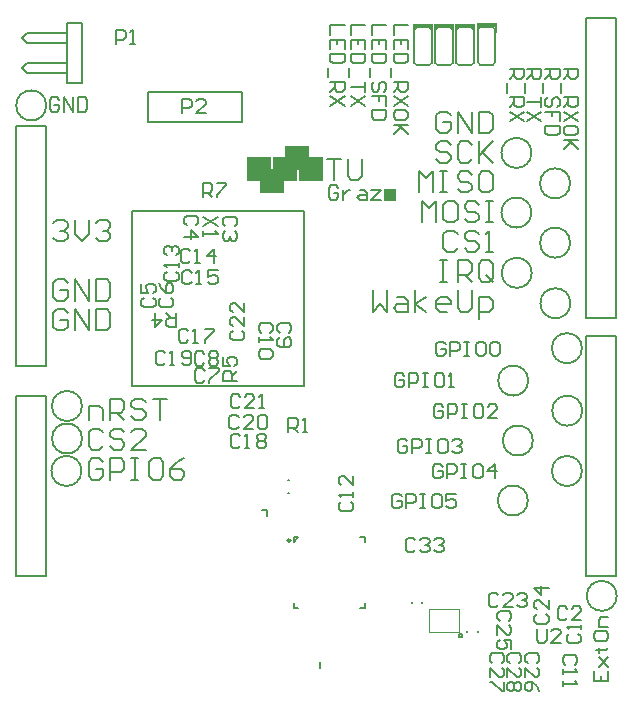
<source format=gto>
G04 Layer_Color=65535*
%FSLAX43Y43*%
%MOMM*%
G71*
G01*
G75*
%ADD10C,0.254*%
%ADD31C,0.200*%
%ADD35C,0.203*%
%ADD38C,0.150*%
%ADD55C,0.100*%
%ADD56R,0.975X1.025*%
%ADD57R,2.000X2.000*%
%ADD58R,0.185X0.650*%
%ADD59R,1.702X0.457*%
%ADD60R,0.165X0.584*%
D10*
X23425Y16000D02*
G03*
X23425Y16000I-100J0D01*
G01*
D31*
X47145Y36100D02*
G03*
X47145Y36100I-1270J0D01*
G01*
X5795Y27400D02*
G03*
X5795Y27400I-1270J0D01*
G01*
X5745Y21900D02*
G03*
X5745Y21900I-1270J0D01*
G01*
X43845Y48825D02*
G03*
X43845Y48825I-1270J0D01*
G01*
X47120Y46250D02*
G03*
X47120Y46250I-1270J0D01*
G01*
X43845Y43775D02*
G03*
X43845Y43775I-1270J0D01*
G01*
X47120Y41225D02*
G03*
X47120Y41225I-1270J0D01*
G01*
X43870Y38675D02*
G03*
X43870Y38675I-1270J0D01*
G01*
X2770Y52850D02*
G03*
X2770Y52850I-1270J0D01*
G01*
X51070Y11325D02*
G03*
X51070Y11325I-1270J0D01*
G01*
X5795Y24650D02*
G03*
X5795Y24650I-1270J0D01*
G01*
X48145Y27000D02*
G03*
X48145Y27000I-1270J0D01*
G01*
X43970Y24475D02*
G03*
X43970Y24475I-1270J0D01*
G01*
X48120Y21900D02*
G03*
X48120Y21900I-1270J0D01*
G01*
X43545Y19400D02*
G03*
X43545Y19400I-1270J0D01*
G01*
X48120Y32300D02*
G03*
X48120Y32300I-1270J0D01*
G01*
X43570Y29550D02*
G03*
X43570Y29550I-1270J0D01*
G01*
X2770Y30810D02*
Y51130D01*
X230D02*
X2770D01*
X230Y30810D02*
Y51130D01*
Y30810D02*
X2770D01*
X48490Y60270D02*
X51030D01*
Y34870D02*
Y60270D01*
X48490Y34870D02*
X51030D01*
X48490D02*
Y36775D01*
Y60270D01*
X230Y13030D02*
Y28270D01*
X2770Y13030D02*
Y28270D01*
X230D02*
X2770D01*
X230Y13030D02*
X2770D01*
X48490D02*
Y33350D01*
Y13030D02*
X51030D01*
Y33350D01*
X48490D02*
X51030D01*
X23725Y15900D02*
X24125Y16300D01*
X23725Y10300D02*
X24125D01*
X23725D02*
Y10700D01*
X29325Y10300D02*
X29725D01*
Y10700D01*
Y15900D02*
Y16300D01*
X29325D02*
X29725D01*
X23725Y15900D02*
Y16300D01*
X24125D01*
X4560Y54715D02*
Y59795D01*
Y54715D02*
X5830D01*
X4560Y59795D02*
X5830D01*
Y54715D02*
Y59795D01*
X1173Y58948D02*
X4560D01*
X750Y58525D02*
X1173Y58948D01*
X750Y58525D02*
X1173Y58102D01*
X1173Y58102D02*
X4560D01*
X1173Y56408D02*
X4560D01*
X750Y55985D02*
X1173Y56408D01*
X750Y55985D02*
X1173Y55562D01*
X4560D01*
X25925Y5250D02*
Y5750D01*
X19375Y51470D02*
Y54010D01*
X11375Y51470D02*
X19375D01*
X11375D02*
Y54010D01*
X19375D01*
X38400Y8250D02*
Y8350D01*
X39300Y8250D02*
Y8350D01*
X23225Y20000D02*
X23325D01*
X23225Y21150D02*
X23325D01*
X34600Y10700D02*
Y10800D01*
X33700Y10700D02*
Y10800D01*
D35*
X40583Y56273D02*
G03*
X40799Y56489I0J216D01*
G01*
X39301D02*
G03*
X39517Y56273I216J0D01*
G01*
X40799Y59261D02*
G03*
X40583Y59477I-216J0D01*
G01*
X39517D02*
G03*
X39301Y59261I0J-216D01*
G01*
X38758Y56248D02*
G03*
X38974Y56464I0J216D01*
G01*
X37476D02*
G03*
X37692Y56248I216J0D01*
G01*
X38974Y59236D02*
G03*
X38758Y59452I-216J0D01*
G01*
X37692D02*
G03*
X37476Y59236I0J-216D01*
G01*
X36983Y56248D02*
G03*
X37199Y56464I0J216D01*
G01*
X35701D02*
G03*
X35917Y56248I216J0D01*
G01*
X37199Y59236D02*
G03*
X36983Y59452I-216J0D01*
G01*
X35917D02*
G03*
X35701Y59236I0J-216D01*
G01*
X35208Y56248D02*
G03*
X35424Y56464I0J216D01*
G01*
X33926D02*
G03*
X34142Y56248I216J0D01*
G01*
X35424Y59236D02*
G03*
X35208Y59452I-216J0D01*
G01*
X34142D02*
G03*
X33926Y59236I0J-216D01*
G01*
X40799Y56489D02*
Y59261D01*
X39301Y56489D02*
Y59261D01*
X39517Y56273D02*
X40583D01*
X39517Y59477D02*
X40583D01*
X38974Y56464D02*
Y59236D01*
X37476Y56464D02*
Y59236D01*
X37692Y56248D02*
X38758D01*
X37692Y59452D02*
X38758D01*
X37199Y56464D02*
Y59236D01*
X35701Y56464D02*
Y59236D01*
X35917Y56248D02*
X36983D01*
X35917Y59452D02*
X36983D01*
X35424Y56464D02*
Y59236D01*
X33926Y56464D02*
Y59236D01*
X34142Y56248D02*
X35208D01*
X34142Y59452D02*
X35208D01*
D38*
X10050Y29075D02*
Y30175D01*
Y43900D01*
Y29075D02*
X24600D01*
Y43900D01*
X10050D02*
X24600D01*
X21000Y18625D02*
X21500D01*
Y18125D02*
Y18625D01*
X36998Y52015D02*
X36698Y52315D01*
X36098D01*
X35798Y52015D01*
Y50815D01*
X36098Y50516D01*
X36698D01*
X36998Y50815D01*
Y51415D01*
X36398D01*
X37598Y50516D02*
Y52315D01*
X38797Y50516D01*
Y52315D01*
X39397D02*
Y50516D01*
X40297D01*
X40597Y50815D01*
Y52015D01*
X40297Y52315D01*
X39397D01*
X36998Y49496D02*
X36698Y49796D01*
X36098D01*
X35798Y49496D01*
Y49196D01*
X36098Y48896D01*
X36698D01*
X36998Y48596D01*
Y48296D01*
X36698Y47996D01*
X36098D01*
X35798Y48296D01*
X38797Y49496D02*
X38497Y49796D01*
X37898D01*
X37598Y49496D01*
Y48296D01*
X37898Y47996D01*
X38497D01*
X38797Y48296D01*
X39397Y49796D02*
Y47996D01*
Y48596D01*
X40597Y49796D01*
X39697Y48896D01*
X40597Y47996D01*
X34299Y45477D02*
Y47276D01*
X34899Y46677D01*
X35498Y47276D01*
Y45477D01*
X36098Y47276D02*
X36698D01*
X36398D01*
Y45477D01*
X36098D01*
X36698D01*
X38797Y46976D02*
X38497Y47276D01*
X37898D01*
X37598Y46976D01*
Y46677D01*
X37898Y46377D01*
X38497D01*
X38797Y46077D01*
Y45777D01*
X38497Y45477D01*
X37898D01*
X37598Y45777D01*
X40297Y47276D02*
X39697D01*
X39397Y46976D01*
Y45777D01*
X39697Y45477D01*
X40297D01*
X40597Y45777D01*
Y46976D01*
X40297Y47276D01*
X34599Y42958D02*
Y44757D01*
X35198Y44157D01*
X35798Y44757D01*
Y42958D01*
X37298Y44757D02*
X36698D01*
X36398Y44457D01*
Y43258D01*
X36698Y42958D01*
X37298D01*
X37598Y43258D01*
Y44457D01*
X37298Y44757D01*
X39397Y44457D02*
X39097Y44757D01*
X38497D01*
X38197Y44457D01*
Y44157D01*
X38497Y43857D01*
X39097D01*
X39397Y43557D01*
Y43258D01*
X39097Y42958D01*
X38497D01*
X38197Y43258D01*
X39997Y44757D02*
X40597D01*
X40297D01*
Y42958D01*
X39997D01*
X40597D01*
X37598Y41938D02*
X37298Y42238D01*
X36698D01*
X36398Y41938D01*
Y40738D01*
X36698Y40438D01*
X37298D01*
X37598Y40738D01*
X39397Y41938D02*
X39097Y42238D01*
X38497D01*
X38197Y41938D01*
Y41638D01*
X38497Y41338D01*
X39097D01*
X39397Y41038D01*
Y40738D01*
X39097Y40438D01*
X38497D01*
X38197Y40738D01*
X39997Y40438D02*
X40597D01*
X40297D01*
Y42238D01*
X39997Y41938D01*
X36098Y39719D02*
X36698D01*
X36398D01*
Y37919D01*
X36098D01*
X36698D01*
X37598D02*
Y39719D01*
X38497D01*
X38797Y39419D01*
Y38819D01*
X38497Y38519D01*
X37598D01*
X38197D02*
X38797Y37919D01*
X40597Y38219D02*
Y39419D01*
X40297Y39719D01*
X39697D01*
X39397Y39419D01*
Y38219D01*
X39697Y37919D01*
X40297D01*
X39997Y38519D02*
X40597Y37919D01*
X40297D02*
X40597Y38219D01*
X30400Y37199D02*
Y35400D01*
X31000Y36000D01*
X31600Y35400D01*
Y37199D01*
X32499Y36599D02*
X33099D01*
X33399Y36300D01*
Y35400D01*
X32499D01*
X32199Y35700D01*
X32499Y36000D01*
X33399D01*
X33999Y35400D02*
Y37199D01*
Y36000D02*
X34899Y36599D01*
X33999Y36000D02*
X34899Y35400D01*
X36698D02*
X36098D01*
X35798Y35700D01*
Y36300D01*
X36098Y36599D01*
X36698D01*
X36998Y36300D01*
Y36000D01*
X35798D01*
X37598Y37199D02*
Y35700D01*
X37898Y35400D01*
X38497D01*
X38797Y35700D01*
Y37199D01*
X39397Y34800D02*
Y36599D01*
X40297D01*
X40597Y36300D01*
Y35700D01*
X40297Y35400D01*
X39397D01*
X6375Y26214D02*
Y27413D01*
X7275D01*
X7575Y27113D01*
Y26214D01*
X8174D02*
Y28013D01*
X9074D01*
X9374Y27713D01*
Y27113D01*
X9074Y26813D01*
X8174D01*
X8774D02*
X9374Y26214D01*
X11173Y27713D02*
X10874Y28013D01*
X10274D01*
X9974Y27713D01*
Y27413D01*
X10274Y27113D01*
X10874D01*
X11173Y26813D01*
Y26513D01*
X10874Y26214D01*
X10274D01*
X9974Y26513D01*
X11773Y28013D02*
X12973D01*
X12373D01*
Y26214D01*
X7575Y25194D02*
X7275Y25494D01*
X6675D01*
X6375Y25194D01*
Y23994D01*
X6675Y23694D01*
X7275D01*
X7575Y23994D01*
X9374Y25194D02*
X9074Y25494D01*
X8474D01*
X8174Y25194D01*
Y24894D01*
X8474Y24594D01*
X9074D01*
X9374Y24294D01*
Y23994D01*
X9074Y23694D01*
X8474D01*
X8174Y23994D01*
X11173Y23694D02*
X9974D01*
X11173Y24894D01*
Y25194D01*
X10874Y25494D01*
X10274D01*
X9974Y25194D01*
X7575Y22675D02*
X7275Y22974D01*
X6675D01*
X6375Y22675D01*
Y21475D01*
X6675Y21175D01*
X7275D01*
X7575Y21475D01*
Y22075D01*
X6975D01*
X8174Y21175D02*
Y22974D01*
X9074D01*
X9374Y22675D01*
Y22075D01*
X9074Y21775D01*
X8174D01*
X9974Y22974D02*
X10574D01*
X10274D01*
Y21175D01*
X9974D01*
X10574D01*
X12373Y22974D02*
X11773D01*
X11473Y22675D01*
Y21475D01*
X11773Y21175D01*
X12373D01*
X12673Y21475D01*
Y22675D01*
X12373Y22974D01*
X14472D02*
X13873Y22675D01*
X13273Y22075D01*
Y21475D01*
X13573Y21175D01*
X14172D01*
X14472Y21475D01*
Y21775D01*
X14172Y22075D01*
X13273D01*
X3375Y42857D02*
X3675Y43157D01*
X4275D01*
X4575Y42857D01*
Y42557D01*
X4275Y42258D01*
X3975D01*
X4275D01*
X4575Y41958D01*
Y41658D01*
X4275Y41358D01*
X3675D01*
X3375Y41658D01*
X5174Y43157D02*
Y41958D01*
X5774Y41358D01*
X6374Y41958D01*
Y43157D01*
X6974Y42857D02*
X7274Y43157D01*
X7874D01*
X8173Y42857D01*
Y42557D01*
X7874Y42258D01*
X7574D01*
X7874D01*
X8173Y41958D01*
Y41658D01*
X7874Y41358D01*
X7274D01*
X6974Y41658D01*
X4575Y37819D02*
X4275Y38119D01*
X3675D01*
X3375Y37819D01*
Y36619D01*
X3675Y36319D01*
X4275D01*
X4575Y36619D01*
Y37219D01*
X3975D01*
X5174Y36319D02*
Y38119D01*
X6374Y36319D01*
Y38119D01*
X6974D02*
Y36319D01*
X7874D01*
X8173Y36619D01*
Y37819D01*
X7874Y38119D01*
X6974D01*
X4575Y35300D02*
X4275Y35599D01*
X3675D01*
X3375Y35300D01*
Y34100D01*
X3675Y33800D01*
X4275D01*
X4575Y34100D01*
Y34700D01*
X3975D01*
X5174Y33800D02*
Y35599D01*
X6374Y33800D01*
Y35599D01*
X6974D02*
Y33800D01*
X7874D01*
X8173Y34100D01*
Y35300D01*
X7874Y35599D01*
X6974D01*
X27500Y45875D02*
X27300Y46075D01*
X26900D01*
X26700Y45875D01*
Y45075D01*
X26900Y44875D01*
X27300D01*
X27500Y45075D01*
Y45475D01*
X27100D01*
X27900Y45675D02*
Y44875D01*
Y45275D01*
X28100Y45475D01*
X28299Y45675D01*
X28499D01*
X29299D02*
X29699D01*
X29899Y45475D01*
Y44875D01*
X29299D01*
X29099Y45075D01*
X29299Y45275D01*
X29899D01*
X30299Y45675D02*
X31099D01*
X30299Y44875D01*
X31099D01*
X26500Y48349D02*
X27700D01*
X27100D01*
Y46550D01*
X28299Y48349D02*
Y46850D01*
X28599Y46550D01*
X29199D01*
X29499Y46850D01*
Y48349D01*
X47025Y8100D02*
X46825Y7900D01*
Y7500D01*
X47025Y7300D01*
X47825D01*
X48025Y7500D01*
Y7900D01*
X47825Y8100D01*
X48025Y8500D02*
Y8899D01*
Y8700D01*
X46825D01*
X47025Y8500D01*
X46875Y10250D02*
X46675Y10450D01*
X46275D01*
X46075Y10250D01*
Y9450D01*
X46275Y9250D01*
X46675D01*
X46875Y9450D01*
X48074Y9250D02*
X47275D01*
X48074Y10050D01*
Y10250D01*
X47874Y10450D01*
X47475D01*
X47275Y10250D01*
X18725Y42600D02*
X18925Y42800D01*
Y43200D01*
X18725Y43400D01*
X17925D01*
X17725Y43200D01*
Y42800D01*
X17925Y42600D01*
X18725Y42200D02*
X18925Y42000D01*
Y41601D01*
X18725Y41401D01*
X18525D01*
X18325Y41601D01*
Y41801D01*
Y41601D01*
X18125Y41401D01*
X17925D01*
X17725Y41601D01*
Y42000D01*
X17925Y42200D01*
X15450Y42725D02*
X15650Y42925D01*
Y43325D01*
X15450Y43525D01*
X14650D01*
X14450Y43325D01*
Y42925D01*
X14650Y42725D01*
X14450Y41726D02*
X15650D01*
X15050Y42325D01*
Y41526D01*
X11025Y36550D02*
X10825Y36350D01*
Y35950D01*
X11025Y35750D01*
X11825D01*
X12025Y35950D01*
Y36350D01*
X11825Y36550D01*
X10825Y37749D02*
Y36950D01*
X11425D01*
X11225Y37349D01*
Y37549D01*
X11425Y37749D01*
X11825D01*
X12025Y37549D01*
Y37150D01*
X11825Y36950D01*
X12500Y36575D02*
X12300Y36375D01*
Y35975D01*
X12500Y35775D01*
X13300D01*
X13500Y35975D01*
Y36375D01*
X13300Y36575D01*
X12300Y37774D02*
X12500Y37374D01*
X12900Y36975D01*
X13300D01*
X13500Y37175D01*
Y37574D01*
X13300Y37774D01*
X13100D01*
X12900Y37574D01*
Y36975D01*
X16175Y30375D02*
X15975Y30575D01*
X15575D01*
X15375Y30375D01*
Y29575D01*
X15575Y29375D01*
X15975D01*
X16175Y29575D01*
X16575Y30575D02*
X17374D01*
Y30375D01*
X16575Y29575D01*
Y29375D01*
X16150Y31825D02*
X15950Y32025D01*
X15550D01*
X15350Y31825D01*
Y31025D01*
X15550Y30825D01*
X15950D01*
X16150Y31025D01*
X16550Y31825D02*
X16750Y32025D01*
X17149D01*
X17349Y31825D01*
Y31625D01*
X17149Y31425D01*
X17349Y31225D01*
Y31025D01*
X17149Y30825D01*
X16750D01*
X16550Y31025D01*
Y31225D01*
X16750Y31425D01*
X16550Y31625D01*
Y31825D01*
X16750Y31425D02*
X17149D01*
X23325Y33600D02*
X23525Y33800D01*
Y34200D01*
X23325Y34400D01*
X22525D01*
X22325Y34200D01*
Y33800D01*
X22525Y33600D01*
Y33200D02*
X22325Y33000D01*
Y32601D01*
X22525Y32401D01*
X23325D01*
X23525Y32601D01*
Y33000D01*
X23325Y33200D01*
X23125D01*
X22925Y33000D01*
Y32401D01*
X21750Y33600D02*
X21950Y33800D01*
Y34200D01*
X21750Y34400D01*
X20950D01*
X20750Y34200D01*
Y33800D01*
X20950Y33600D01*
X20750Y33200D02*
Y32801D01*
Y33000D01*
X21950D01*
X21750Y33200D01*
Y32201D02*
X21950Y32001D01*
Y31601D01*
X21750Y31401D01*
X20950D01*
X20750Y31601D01*
Y32001D01*
X20950Y32201D01*
X21750D01*
X47500Y5500D02*
X47700Y5700D01*
Y6100D01*
X47500Y6300D01*
X46700D01*
X46500Y6100D01*
Y5700D01*
X46700Y5500D01*
X46500Y5100D02*
Y4701D01*
Y4900D01*
X47700D01*
X47500Y5100D01*
X46500Y4101D02*
Y3701D01*
Y3901D01*
X47700D01*
X47500Y4101D01*
X27750Y19300D02*
X27550Y19100D01*
Y18700D01*
X27750Y18500D01*
X28550D01*
X28750Y18700D01*
Y19100D01*
X28550Y19300D01*
X28750Y19700D02*
Y20099D01*
Y19900D01*
X27550D01*
X27750Y19700D01*
X28750Y21499D02*
Y20699D01*
X27950Y21499D01*
X27750D01*
X27550Y21299D01*
Y20899D01*
X27750Y20699D01*
X12975Y38750D02*
X12775Y38550D01*
Y38150D01*
X12975Y37950D01*
X13775D01*
X13975Y38150D01*
Y38550D01*
X13775Y38750D01*
X13975Y39150D02*
Y39549D01*
Y39350D01*
X12775D01*
X12975Y39150D01*
Y40149D02*
X12775Y40349D01*
Y40749D01*
X12975Y40949D01*
X13175D01*
X13375Y40749D01*
Y40549D01*
Y40749D01*
X13575Y40949D01*
X13775D01*
X13975Y40749D01*
Y40349D01*
X13775Y40149D01*
X14950Y40500D02*
X14750Y40700D01*
X14350D01*
X14150Y40500D01*
Y39700D01*
X14350Y39500D01*
X14750D01*
X14950Y39700D01*
X15350Y39500D02*
X15749D01*
X15550D01*
Y40700D01*
X15350Y40500D01*
X16949Y39500D02*
Y40700D01*
X16349Y40100D01*
X17149D01*
X15075Y38700D02*
X14875Y38900D01*
X14475D01*
X14275Y38700D01*
Y37900D01*
X14475Y37700D01*
X14875D01*
X15075Y37900D01*
X15475Y37700D02*
X15874D01*
X15675D01*
Y38900D01*
X15475Y38700D01*
X17274Y38900D02*
X16474D01*
Y38300D01*
X16874Y38500D01*
X17074D01*
X17274Y38300D01*
Y37900D01*
X17074Y37700D01*
X16674D01*
X16474Y37900D01*
X14800Y33750D02*
X14600Y33950D01*
X14200D01*
X14000Y33750D01*
Y32950D01*
X14200Y32750D01*
X14600D01*
X14800Y32950D01*
X15200Y32750D02*
X15599D01*
X15400D01*
Y33950D01*
X15200Y33750D01*
X16199Y33950D02*
X16999D01*
Y33750D01*
X16199Y32950D01*
Y32750D01*
X19175Y24850D02*
X18975Y25050D01*
X18575D01*
X18375Y24850D01*
Y24050D01*
X18575Y23850D01*
X18975D01*
X19175Y24050D01*
X19575Y23850D02*
X19974D01*
X19775D01*
Y25050D01*
X19575Y24850D01*
X20574D02*
X20774Y25050D01*
X21174D01*
X21374Y24850D01*
Y24650D01*
X21174Y24450D01*
X21374Y24250D01*
Y24050D01*
X21174Y23850D01*
X20774D01*
X20574Y24050D01*
Y24250D01*
X20774Y24450D01*
X20574Y24650D01*
Y24850D01*
X20774Y24450D02*
X21174D01*
X12825Y31875D02*
X12625Y32075D01*
X12225D01*
X12025Y31875D01*
Y31075D01*
X12225Y30875D01*
X12625D01*
X12825Y31075D01*
X13225Y30875D02*
X13624D01*
X13425D01*
Y32075D01*
X13225Y31875D01*
X14224Y31075D02*
X14424Y30875D01*
X14824D01*
X15024Y31075D01*
Y31875D01*
X14824Y32075D01*
X14424D01*
X14224Y31875D01*
Y31675D01*
X14424Y31475D01*
X15024D01*
X19075Y26450D02*
X18875Y26650D01*
X18475D01*
X18275Y26450D01*
Y25650D01*
X18475Y25450D01*
X18875D01*
X19075Y25650D01*
X20274Y25450D02*
X19475D01*
X20274Y26250D01*
Y26450D01*
X20074Y26650D01*
X19675D01*
X19475Y26450D01*
X20674D02*
X20874Y26650D01*
X21274D01*
X21474Y26450D01*
Y25650D01*
X21274Y25450D01*
X20874D01*
X20674Y25650D01*
Y26450D01*
X19200Y28200D02*
X19000Y28400D01*
X18600D01*
X18400Y28200D01*
Y27400D01*
X18600Y27200D01*
X19000D01*
X19200Y27400D01*
X20399Y27200D02*
X19600D01*
X20399Y28000D01*
Y28200D01*
X20199Y28400D01*
X19800D01*
X19600Y28200D01*
X20799Y27200D02*
X21199D01*
X20999D01*
Y28400D01*
X20799Y28200D01*
X18550Y33750D02*
X18350Y33550D01*
Y33150D01*
X18550Y32950D01*
X19350D01*
X19550Y33150D01*
Y33550D01*
X19350Y33750D01*
X19550Y34949D02*
Y34150D01*
X18750Y34949D01*
X18550D01*
X18350Y34749D01*
Y34350D01*
X18550Y34150D01*
X19550Y36149D02*
Y35349D01*
X18750Y36149D01*
X18550D01*
X18350Y35949D01*
Y35549D01*
X18550Y35349D01*
X41050Y11375D02*
X40850Y11575D01*
X40450D01*
X40250Y11375D01*
Y10575D01*
X40450Y10375D01*
X40850D01*
X41050Y10575D01*
X42249Y10375D02*
X41450D01*
X42249Y11175D01*
Y11375D01*
X42049Y11575D01*
X41650D01*
X41450Y11375D01*
X42649D02*
X42849Y11575D01*
X43249D01*
X43449Y11375D01*
Y11175D01*
X43249Y10975D01*
X43049D01*
X43249D01*
X43449Y10775D01*
Y10575D01*
X43249Y10375D01*
X42849D01*
X42649Y10575D01*
X44300Y9775D02*
X44100Y9575D01*
Y9175D01*
X44300Y8975D01*
X45100D01*
X45300Y9175D01*
Y9575D01*
X45100Y9775D01*
X45300Y10974D02*
Y10175D01*
X44500Y10974D01*
X44300D01*
X44100Y10774D01*
Y10375D01*
X44300Y10175D01*
X45300Y11974D02*
X44100D01*
X44700Y11374D01*
Y12174D01*
X41950Y9225D02*
X42150Y9425D01*
Y9825D01*
X41950Y10025D01*
X41150D01*
X40950Y9825D01*
Y9425D01*
X41150Y9225D01*
X40950Y8026D02*
Y8825D01*
X41750Y8026D01*
X41950D01*
X42150Y8226D01*
Y8625D01*
X41950Y8825D01*
X42150Y6826D02*
Y7626D01*
X41550D01*
X41750Y7226D01*
Y7026D01*
X41550Y6826D01*
X41150D01*
X40950Y7026D01*
Y7426D01*
X41150Y7626D01*
X44325Y5650D02*
X44525Y5850D01*
Y6250D01*
X44325Y6450D01*
X43525D01*
X43325Y6250D01*
Y5850D01*
X43525Y5650D01*
X43325Y4451D02*
Y5250D01*
X44125Y4451D01*
X44325D01*
X44525Y4651D01*
Y5050D01*
X44325Y5250D01*
X44525Y3251D02*
X44325Y3651D01*
X43925Y4051D01*
X43525D01*
X43325Y3851D01*
Y3451D01*
X43525Y3251D01*
X43725D01*
X43925Y3451D01*
Y4051D01*
X41325Y5650D02*
X41525Y5850D01*
Y6250D01*
X41325Y6450D01*
X40525D01*
X40325Y6250D01*
Y5850D01*
X40525Y5650D01*
X40325Y4451D02*
Y5250D01*
X41125Y4451D01*
X41325D01*
X41525Y4651D01*
Y5050D01*
X41325Y5250D01*
X41525Y4051D02*
Y3251D01*
X41325D01*
X40525Y4051D01*
X40325D01*
X42800Y5650D02*
X43000Y5850D01*
Y6250D01*
X42800Y6450D01*
X42000D01*
X41800Y6250D01*
Y5850D01*
X42000Y5650D01*
X41800Y4451D02*
Y5250D01*
X42600Y4451D01*
X42800D01*
X43000Y4651D01*
Y5050D01*
X42800Y5250D01*
Y4051D02*
X43000Y3851D01*
Y3451D01*
X42800Y3251D01*
X42600D01*
X42400Y3451D01*
X42200Y3251D01*
X42000D01*
X41800Y3451D01*
Y3851D01*
X42000Y4051D01*
X42200D01*
X42400Y3851D01*
X42600Y4051D01*
X42800D01*
X42400Y3851D02*
Y3451D01*
X34023Y16042D02*
X33823Y16242D01*
X33423D01*
X33223Y16042D01*
Y15243D01*
X33423Y15043D01*
X33823D01*
X34023Y15243D01*
X34423Y16042D02*
X34623Y16242D01*
X35023D01*
X35223Y16042D01*
Y15843D01*
X35023Y15643D01*
X34823D01*
X35023D01*
X35223Y15443D01*
Y15243D01*
X35023Y15043D01*
X34623D01*
X34423Y15243D01*
X35622Y16042D02*
X35822Y16242D01*
X36222D01*
X36422Y16042D01*
Y15843D01*
X36222Y15643D01*
X36022D01*
X36222D01*
X36422Y15443D01*
Y15243D01*
X36222Y15043D01*
X35822D01*
X35622Y15243D01*
X33375Y59625D02*
X32175D01*
Y58825D01*
X33375Y57626D02*
Y58425D01*
X32175D01*
Y57626D01*
X32775Y58425D02*
Y58026D01*
X33375Y57226D02*
X32175D01*
Y56626D01*
X32375Y56426D01*
X33175D01*
X33375Y56626D01*
Y57226D01*
X31975Y56026D02*
Y55226D01*
X32175Y54827D02*
X33375D01*
Y54227D01*
X33175Y54027D01*
X32775D01*
X32575Y54227D01*
Y54827D01*
Y54427D02*
X32175Y54027D01*
X33375Y53627D02*
X32175Y52827D01*
X33375D02*
X32175Y53627D01*
X33375Y51827D02*
Y52227D01*
X33175Y52427D01*
X32375D01*
X32175Y52227D01*
Y51827D01*
X32375Y51628D01*
X33175D01*
X33375Y51827D01*
Y51228D02*
X32175D01*
X32575D01*
X33375Y50428D01*
X32775Y51028D01*
X32175Y50428D01*
X28025Y59625D02*
X26825D01*
Y58825D01*
X28025Y57626D02*
Y58425D01*
X26825D01*
Y57626D01*
X27425Y58425D02*
Y58026D01*
X28025Y57226D02*
X26825D01*
Y56626D01*
X27025Y56426D01*
X27825D01*
X28025Y56626D01*
Y57226D01*
X26625Y56026D02*
Y55226D01*
X26825Y54827D02*
X28025D01*
Y54227D01*
X27825Y54027D01*
X27425D01*
X27225Y54227D01*
Y54827D01*
Y54427D02*
X26825Y54027D01*
X28025Y53627D02*
X26825Y52827D01*
X28025D02*
X26825Y53627D01*
X31550Y59625D02*
X30350D01*
Y58825D01*
X31550Y57626D02*
Y58425D01*
X30350D01*
Y57626D01*
X30950Y58425D02*
Y58026D01*
X31550Y57226D02*
X30350D01*
Y56626D01*
X30550Y56426D01*
X31350D01*
X31550Y56626D01*
Y57226D01*
X30150Y56026D02*
Y55226D01*
X31350Y54027D02*
X31550Y54227D01*
Y54627D01*
X31350Y54827D01*
X31150D01*
X30950Y54627D01*
Y54227D01*
X30750Y54027D01*
X30550D01*
X30350Y54227D01*
Y54627D01*
X30550Y54827D01*
X31550Y52827D02*
Y53627D01*
X30950D01*
Y53227D01*
Y53627D01*
X30350D01*
X31550Y52427D02*
X30350D01*
Y51827D01*
X30550Y51628D01*
X31350D01*
X31550Y51827D01*
Y52427D01*
X29775Y59625D02*
X28575D01*
Y58825D01*
X29775Y57626D02*
Y58425D01*
X28575D01*
Y57626D01*
X29175Y58425D02*
Y58026D01*
X29775Y57226D02*
X28575D01*
Y56626D01*
X28775Y56426D01*
X29575D01*
X29775Y56626D01*
Y57226D01*
X28375Y56026D02*
Y55226D01*
X29775Y54827D02*
Y54027D01*
Y54427D01*
X28575D01*
X29775Y53627D02*
X28575Y52827D01*
X29775D02*
X28575Y53627D01*
X8690Y58025D02*
Y59225D01*
X9290D01*
X9490Y59025D01*
Y58625D01*
X9290Y58425D01*
X8690D01*
X9890Y58025D02*
X10289D01*
X10090D01*
Y59225D01*
X9890Y59025D01*
X14275Y52200D02*
Y53400D01*
X14875D01*
X15075Y53200D01*
Y52800D01*
X14875Y52600D01*
X14275D01*
X16274Y52200D02*
X15475D01*
X16274Y53000D01*
Y53200D01*
X16074Y53400D01*
X15675D01*
X15475Y53200D01*
X23275Y25175D02*
Y26375D01*
X23875D01*
X24075Y26175D01*
Y25775D01*
X23875Y25575D01*
X23275D01*
X23675D02*
X24075Y25175D01*
X24475D02*
X24874D01*
X24675D01*
Y26375D01*
X24475Y26175D01*
X13750Y35275D02*
Y34075D01*
X13150D01*
X12950Y34275D01*
Y34675D01*
X13150Y34875D01*
X13750D01*
X13350D02*
X12950Y35275D01*
X11951D02*
Y34075D01*
X12550Y34675D01*
X11751D01*
X18900Y29550D02*
X17700D01*
Y30150D01*
X17900Y30350D01*
X18300D01*
X18500Y30150D01*
Y29550D01*
Y29950D02*
X18900Y30350D01*
X17700Y31549D02*
Y30750D01*
X18300D01*
X18100Y31149D01*
Y31349D01*
X18300Y31549D01*
X18700D01*
X18900Y31349D01*
Y30950D01*
X18700Y30750D01*
X16025Y45075D02*
Y46275D01*
X16625D01*
X16825Y46075D01*
Y45675D01*
X16625Y45475D01*
X16025D01*
X16425D02*
X16825Y45075D01*
X17225Y46275D02*
X18024D01*
Y46075D01*
X17225Y45275D01*
Y45075D01*
X46575Y55925D02*
X47775D01*
Y55325D01*
X47575Y55125D01*
X47175D01*
X46975Y55325D01*
Y55925D01*
Y55525D02*
X46575Y55125D01*
X46375Y54725D02*
Y53926D01*
X46575Y53526D02*
X47775D01*
Y52926D01*
X47575Y52726D01*
X47175D01*
X46975Y52926D01*
Y53526D01*
Y53126D02*
X46575Y52726D01*
X47775Y52326D02*
X46575Y51526D01*
X47775D02*
X46575Y52326D01*
X47775Y50527D02*
Y50927D01*
X47575Y51127D01*
X46775D01*
X46575Y50927D01*
Y50527D01*
X46775Y50327D01*
X47575D01*
X47775Y50527D01*
Y49927D02*
X46575D01*
X46975D01*
X47775Y49127D01*
X47175Y49727D01*
X46575Y49127D01*
X42000Y55925D02*
X43200D01*
Y55325D01*
X43000Y55125D01*
X42600D01*
X42400Y55325D01*
Y55925D01*
Y55525D02*
X42000Y55125D01*
X41800Y54725D02*
Y53926D01*
X42000Y53526D02*
X43200D01*
Y52926D01*
X43000Y52726D01*
X42600D01*
X42400Y52926D01*
Y53526D01*
Y53126D02*
X42000Y52726D01*
X43200Y52326D02*
X42000Y51526D01*
X43200D02*
X42000Y52326D01*
X45025Y55925D02*
X46225D01*
Y55325D01*
X46025Y55125D01*
X45625D01*
X45425Y55325D01*
Y55925D01*
Y55525D02*
X45025Y55125D01*
X44825Y54725D02*
Y53926D01*
X46025Y52726D02*
X46225Y52926D01*
Y53326D01*
X46025Y53526D01*
X45825D01*
X45625Y53326D01*
Y52926D01*
X45425Y52726D01*
X45225D01*
X45025Y52926D01*
Y53326D01*
X45225Y53526D01*
X46225Y51526D02*
Y52326D01*
X45625D01*
Y51926D01*
Y52326D01*
X45025D01*
X46225Y51127D02*
X45025D01*
Y50527D01*
X45225Y50327D01*
X46025D01*
X46225Y50527D01*
Y51127D01*
X43500Y55925D02*
X44700D01*
Y55325D01*
X44500Y55125D01*
X44100D01*
X43900Y55325D01*
Y55925D01*
Y55525D02*
X43500Y55125D01*
X43300Y54725D02*
Y53926D01*
X44700Y53526D02*
Y52726D01*
Y53126D01*
X43500D01*
X44700Y52326D02*
X43500Y51526D01*
X44700D02*
X43500Y52326D01*
X49150Y4925D02*
Y4125D01*
X50350D01*
Y4925D01*
X49750Y4125D02*
Y4525D01*
X49550Y5325D02*
X50350Y6124D01*
X49950Y5724D01*
X49550Y6124D01*
X50350Y5325D01*
X49350Y6724D02*
X49550D01*
Y6524D01*
Y6924D01*
Y6724D01*
X50150D01*
X50350Y6924D01*
X49150Y8124D02*
Y7724D01*
X49350Y7524D01*
X50150D01*
X50350Y7724D01*
Y8124D01*
X50150Y8324D01*
X49350D01*
X49150Y8124D01*
X50350Y8724D02*
X49550D01*
Y9323D01*
X49750Y9523D01*
X50350D01*
X3850Y53325D02*
X3650Y53525D01*
X3250D01*
X3050Y53325D01*
Y52525D01*
X3250Y52325D01*
X3650D01*
X3850Y52525D01*
Y52925D01*
X3450D01*
X4250Y52325D02*
Y53525D01*
X5049Y52325D01*
Y53525D01*
X5449D02*
Y52325D01*
X6049D01*
X6249Y52525D01*
Y53325D01*
X6049Y53525D01*
X5449D01*
X36375Y27350D02*
X36175Y27550D01*
X35775D01*
X35575Y27350D01*
Y26550D01*
X35775Y26350D01*
X36175D01*
X36375Y26550D01*
Y26950D01*
X35975D01*
X36775Y26350D02*
Y27550D01*
X37374D01*
X37574Y27350D01*
Y26950D01*
X37374Y26750D01*
X36775D01*
X37974Y27550D02*
X38374D01*
X38174D01*
Y26350D01*
X37974D01*
X38374D01*
X39574Y27550D02*
X39174D01*
X38974Y27350D01*
Y26550D01*
X39174Y26350D01*
X39574D01*
X39774Y26550D01*
Y27350D01*
X39574Y27550D01*
X40973Y26350D02*
X40174D01*
X40973Y27150D01*
Y27350D01*
X40773Y27550D01*
X40373D01*
X40174Y27350D01*
X33350Y24425D02*
X33150Y24625D01*
X32750D01*
X32550Y24425D01*
Y23625D01*
X32750Y23425D01*
X33150D01*
X33350Y23625D01*
Y24025D01*
X32950D01*
X33750Y23425D02*
Y24625D01*
X34349D01*
X34549Y24425D01*
Y24025D01*
X34349Y23825D01*
X33750D01*
X34949Y24625D02*
X35349D01*
X35149D01*
Y23425D01*
X34949D01*
X35349D01*
X36549Y24625D02*
X36149D01*
X35949Y24425D01*
Y23625D01*
X36149Y23425D01*
X36549D01*
X36749Y23625D01*
Y24425D01*
X36549Y24625D01*
X37149Y24425D02*
X37348Y24625D01*
X37748D01*
X37948Y24425D01*
Y24225D01*
X37748Y24025D01*
X37548D01*
X37748D01*
X37948Y23825D01*
Y23625D01*
X37748Y23425D01*
X37348D01*
X37149Y23625D01*
X36325Y22275D02*
X36125Y22475D01*
X35725D01*
X35525Y22275D01*
Y21475D01*
X35725Y21275D01*
X36125D01*
X36325Y21475D01*
Y21875D01*
X35925D01*
X36725Y21275D02*
Y22475D01*
X37324D01*
X37524Y22275D01*
Y21875D01*
X37324Y21675D01*
X36725D01*
X37924Y22475D02*
X38324D01*
X38124D01*
Y21275D01*
X37924D01*
X38324D01*
X39524Y22475D02*
X39124D01*
X38924Y22275D01*
Y21475D01*
X39124Y21275D01*
X39524D01*
X39724Y21475D01*
Y22275D01*
X39524Y22475D01*
X40723Y21275D02*
Y22475D01*
X40124Y21875D01*
X40923D01*
X32850Y19750D02*
X32650Y19950D01*
X32250D01*
X32050Y19750D01*
Y18950D01*
X32250Y18750D01*
X32650D01*
X32850Y18950D01*
Y19350D01*
X32450D01*
X33250Y18750D02*
Y19950D01*
X33849D01*
X34049Y19750D01*
Y19350D01*
X33849Y19150D01*
X33250D01*
X34449Y19950D02*
X34849D01*
X34649D01*
Y18750D01*
X34449D01*
X34849D01*
X36049Y19950D02*
X35649D01*
X35449Y19750D01*
Y18950D01*
X35649Y18750D01*
X36049D01*
X36249Y18950D01*
Y19750D01*
X36049Y19950D01*
X37448D02*
X36649D01*
Y19350D01*
X37048Y19550D01*
X37248D01*
X37448Y19350D01*
Y18950D01*
X37248Y18750D01*
X36848D01*
X36649Y18950D01*
X44325Y8550D02*
Y7550D01*
X44525Y7350D01*
X44925D01*
X45125Y7550D01*
Y8550D01*
X46324Y7350D02*
X45525D01*
X46324Y8150D01*
Y8350D01*
X46124Y8550D01*
X45725D01*
X45525Y8350D01*
X17275Y43400D02*
X16075Y42600D01*
X17275D02*
X16075Y43400D01*
Y42200D02*
Y41801D01*
Y42000D01*
X17275D01*
X17075Y42200D01*
X36575Y32650D02*
X36375Y32850D01*
X35975D01*
X35775Y32650D01*
Y31850D01*
X35975Y31650D01*
X36375D01*
X36575Y31850D01*
Y32250D01*
X36175D01*
X36975Y31650D02*
Y32850D01*
X37574D01*
X37774Y32650D01*
Y32250D01*
X37574Y32050D01*
X36975D01*
X38174Y32850D02*
X38574D01*
X38374D01*
Y31650D01*
X38174D01*
X38574D01*
X39774Y32850D02*
X39374D01*
X39174Y32650D01*
Y31850D01*
X39374Y31650D01*
X39774D01*
X39974Y31850D01*
Y32650D01*
X39774Y32850D01*
X40374Y32650D02*
X40573Y32850D01*
X40973D01*
X41173Y32650D01*
Y31850D01*
X40973Y31650D01*
X40573D01*
X40374Y31850D01*
Y32650D01*
X33075Y29975D02*
X32875Y30175D01*
X32475D01*
X32275Y29975D01*
Y29175D01*
X32475Y28975D01*
X32875D01*
X33075Y29175D01*
Y29575D01*
X32675D01*
X33475Y28975D02*
Y30175D01*
X34074D01*
X34274Y29975D01*
Y29575D01*
X34074Y29375D01*
X33475D01*
X34674Y30175D02*
X35074D01*
X34874D01*
Y28975D01*
X34674D01*
X35074D01*
X36274Y30175D02*
X35874D01*
X35674Y29975D01*
Y29175D01*
X35874Y28975D01*
X36274D01*
X36474Y29175D01*
Y29975D01*
X36274Y30175D01*
X36874Y28975D02*
X37273D01*
X37073D01*
Y30175D01*
X36874Y29975D01*
X37950Y8075D02*
Y7875D01*
X37750D01*
Y8075D01*
X37950D01*
D55*
X35200Y8225D02*
Y10225D01*
X37700Y8225D02*
Y10225D01*
X35200Y8225D02*
X37700D01*
X35200Y10225D02*
X37700D01*
D56*
X31862Y45263D02*
D03*
D57*
X25200Y47425D02*
D03*
X24000Y48400D02*
D03*
X23000Y47425D02*
D03*
X21850Y46475D02*
D03*
X20800Y47425D02*
D03*
D58*
X40808Y59332D02*
D03*
X38983Y59307D02*
D03*
X37208Y59307D02*
D03*
X35433Y59307D02*
D03*
D59*
X40050Y59619D02*
D03*
X38225Y59594D02*
D03*
X36450Y59594D02*
D03*
X34675Y59594D02*
D03*
D60*
X39282Y59365D02*
D03*
X37457Y59340D02*
D03*
X35682Y59340D02*
D03*
X33907Y59340D02*
D03*
M02*

</source>
